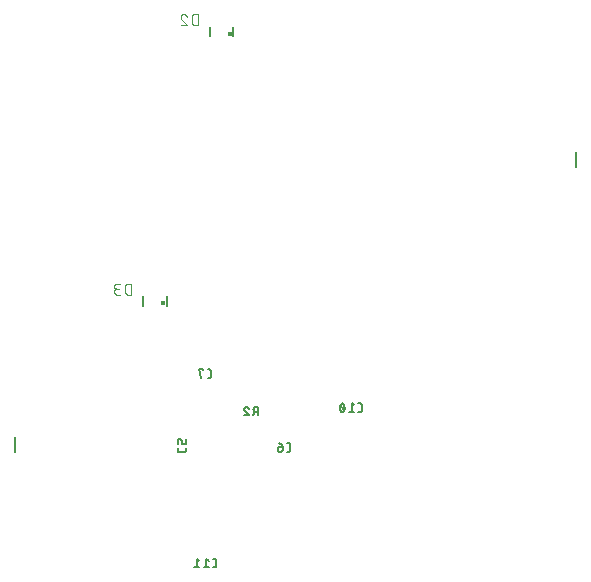
<source format=gbr>
G04 EAGLE Gerber X2 export*
%TF.Part,Single*%
%TF.FileFunction,Legend,Bot,1*%
%TF.FilePolarity,Positive*%
%TF.GenerationSoftware,Autodesk,EAGLE,8.6.0*%
%TF.CreationDate,2018-06-10T17:56:49Z*%
G75*
%MOMM*%
%FSLAX34Y34*%
%LPD*%
%AMOC8*
5,1,8,0,0,1.08239X$1,22.5*%
G01*
%ADD10C,0.177800*%
%ADD11C,0.203200*%
%ADD12C,0.127000*%
%ADD13C,0.400000*%
%ADD14C,0.076200*%


D10*
X175514Y517896D02*
X175514Y516316D01*
X175516Y516238D01*
X175522Y516161D01*
X175531Y516084D01*
X175544Y516008D01*
X175561Y515932D01*
X175582Y515857D01*
X175606Y515784D01*
X175634Y515711D01*
X175666Y515640D01*
X175701Y515571D01*
X175739Y515504D01*
X175780Y515438D01*
X175825Y515375D01*
X175873Y515314D01*
X175923Y515255D01*
X175977Y515199D01*
X176033Y515145D01*
X176092Y515095D01*
X176153Y515047D01*
X176216Y515002D01*
X176282Y514961D01*
X176349Y514923D01*
X176418Y514888D01*
X176489Y514856D01*
X176562Y514828D01*
X176635Y514804D01*
X176710Y514783D01*
X176786Y514766D01*
X176862Y514753D01*
X176939Y514744D01*
X177016Y514738D01*
X177094Y514736D01*
X177094Y514735D02*
X181046Y514735D01*
X181046Y514736D02*
X181124Y514738D01*
X181201Y514744D01*
X181278Y514753D01*
X181354Y514766D01*
X181430Y514783D01*
X181505Y514804D01*
X181578Y514828D01*
X181651Y514856D01*
X181722Y514888D01*
X181791Y514923D01*
X181858Y514961D01*
X181924Y515002D01*
X181987Y515047D01*
X182048Y515095D01*
X182107Y515145D01*
X182163Y515199D01*
X182217Y515255D01*
X182267Y515314D01*
X182315Y515375D01*
X182360Y515438D01*
X182401Y515504D01*
X182439Y515571D01*
X182474Y515640D01*
X182506Y515711D01*
X182534Y515784D01*
X182558Y515857D01*
X182579Y515932D01*
X182596Y516008D01*
X182609Y516084D01*
X182618Y516161D01*
X182624Y516238D01*
X182626Y516316D01*
X182626Y517896D01*
X175514Y521444D02*
X175514Y523814D01*
X175516Y523892D01*
X175522Y523969D01*
X175531Y524046D01*
X175544Y524122D01*
X175561Y524198D01*
X175582Y524273D01*
X175606Y524346D01*
X175634Y524419D01*
X175666Y524490D01*
X175701Y524559D01*
X175739Y524626D01*
X175780Y524692D01*
X175825Y524755D01*
X175873Y524816D01*
X175923Y524875D01*
X175977Y524931D01*
X176033Y524985D01*
X176092Y525035D01*
X176153Y525083D01*
X176216Y525128D01*
X176282Y525169D01*
X176349Y525207D01*
X176418Y525242D01*
X176489Y525274D01*
X176562Y525302D01*
X176635Y525326D01*
X176710Y525347D01*
X176786Y525364D01*
X176862Y525377D01*
X176939Y525386D01*
X177016Y525392D01*
X177094Y525394D01*
X177094Y525395D02*
X177885Y525395D01*
X177885Y525394D02*
X177963Y525392D01*
X178040Y525386D01*
X178117Y525377D01*
X178193Y525364D01*
X178269Y525347D01*
X178344Y525326D01*
X178417Y525302D01*
X178490Y525274D01*
X178561Y525242D01*
X178630Y525207D01*
X178697Y525169D01*
X178763Y525128D01*
X178826Y525083D01*
X178887Y525035D01*
X178946Y524985D01*
X179002Y524931D01*
X179056Y524875D01*
X179106Y524816D01*
X179154Y524755D01*
X179199Y524692D01*
X179240Y524626D01*
X179278Y524559D01*
X179313Y524490D01*
X179345Y524419D01*
X179373Y524346D01*
X179397Y524273D01*
X179418Y524198D01*
X179435Y524122D01*
X179448Y524046D01*
X179457Y523969D01*
X179463Y523892D01*
X179465Y523814D01*
X179465Y521444D01*
X182626Y521444D01*
X182626Y525395D01*
X267916Y514858D02*
X269497Y514858D01*
X269575Y514860D01*
X269652Y514866D01*
X269729Y514875D01*
X269805Y514888D01*
X269881Y514905D01*
X269956Y514926D01*
X270029Y514950D01*
X270102Y514978D01*
X270173Y515010D01*
X270242Y515045D01*
X270309Y515083D01*
X270375Y515124D01*
X270438Y515169D01*
X270499Y515217D01*
X270558Y515267D01*
X270614Y515321D01*
X270668Y515377D01*
X270718Y515436D01*
X270766Y515497D01*
X270811Y515560D01*
X270852Y515626D01*
X270890Y515693D01*
X270925Y515762D01*
X270957Y515833D01*
X270985Y515906D01*
X271009Y515979D01*
X271030Y516054D01*
X271047Y516130D01*
X271060Y516206D01*
X271069Y516283D01*
X271075Y516360D01*
X271077Y516438D01*
X271077Y520390D01*
X271075Y520468D01*
X271069Y520545D01*
X271060Y520622D01*
X271047Y520698D01*
X271030Y520774D01*
X271009Y520849D01*
X270985Y520922D01*
X270957Y520995D01*
X270925Y521066D01*
X270890Y521135D01*
X270852Y521202D01*
X270811Y521268D01*
X270766Y521331D01*
X270718Y521392D01*
X270668Y521451D01*
X270614Y521507D01*
X270558Y521561D01*
X270499Y521611D01*
X270438Y521659D01*
X270375Y521704D01*
X270309Y521745D01*
X270242Y521783D01*
X270173Y521818D01*
X270102Y521850D01*
X270029Y521878D01*
X269956Y521902D01*
X269881Y521923D01*
X269805Y521940D01*
X269729Y521953D01*
X269652Y521962D01*
X269575Y521968D01*
X269497Y521970D01*
X267916Y521970D01*
X264369Y518809D02*
X261998Y518809D01*
X261920Y518807D01*
X261843Y518801D01*
X261766Y518792D01*
X261690Y518779D01*
X261614Y518762D01*
X261539Y518741D01*
X261466Y518717D01*
X261393Y518689D01*
X261322Y518657D01*
X261253Y518622D01*
X261186Y518584D01*
X261120Y518543D01*
X261057Y518498D01*
X260996Y518450D01*
X260937Y518400D01*
X260881Y518346D01*
X260827Y518290D01*
X260777Y518231D01*
X260729Y518170D01*
X260684Y518107D01*
X260643Y518041D01*
X260605Y517974D01*
X260570Y517905D01*
X260538Y517834D01*
X260510Y517761D01*
X260486Y517688D01*
X260465Y517613D01*
X260448Y517537D01*
X260435Y517461D01*
X260426Y517384D01*
X260420Y517307D01*
X260418Y517229D01*
X260418Y516834D01*
X260417Y516834D02*
X260419Y516747D01*
X260425Y516659D01*
X260434Y516572D01*
X260448Y516486D01*
X260465Y516400D01*
X260486Y516316D01*
X260511Y516232D01*
X260540Y516149D01*
X260572Y516068D01*
X260607Y515988D01*
X260646Y515910D01*
X260689Y515833D01*
X260735Y515759D01*
X260784Y515687D01*
X260836Y515617D01*
X260892Y515549D01*
X260950Y515484D01*
X261011Y515421D01*
X261075Y515362D01*
X261142Y515305D01*
X261210Y515251D01*
X261282Y515200D01*
X261355Y515153D01*
X261430Y515108D01*
X261508Y515067D01*
X261587Y515030D01*
X261667Y514996D01*
X261749Y514966D01*
X261832Y514939D01*
X261917Y514916D01*
X262002Y514897D01*
X262088Y514882D01*
X262175Y514870D01*
X262262Y514862D01*
X262349Y514858D01*
X262437Y514858D01*
X262524Y514862D01*
X262611Y514870D01*
X262698Y514882D01*
X262784Y514897D01*
X262869Y514916D01*
X262954Y514939D01*
X263037Y514966D01*
X263119Y514996D01*
X263199Y515030D01*
X263278Y515067D01*
X263356Y515108D01*
X263431Y515153D01*
X263504Y515200D01*
X263576Y515251D01*
X263644Y515305D01*
X263711Y515362D01*
X263775Y515421D01*
X263836Y515484D01*
X263894Y515549D01*
X263950Y515617D01*
X264002Y515687D01*
X264051Y515759D01*
X264097Y515833D01*
X264140Y515910D01*
X264179Y515988D01*
X264214Y516068D01*
X264246Y516149D01*
X264275Y516232D01*
X264300Y516316D01*
X264321Y516400D01*
X264338Y516486D01*
X264352Y516572D01*
X264361Y516659D01*
X264367Y516747D01*
X264369Y516834D01*
X264369Y518809D01*
X264367Y518919D01*
X264361Y519030D01*
X264352Y519139D01*
X264338Y519249D01*
X264321Y519358D01*
X264300Y519466D01*
X264275Y519574D01*
X264247Y519680D01*
X264214Y519786D01*
X264178Y519890D01*
X264139Y519993D01*
X264096Y520095D01*
X264049Y520195D01*
X263999Y520293D01*
X263946Y520390D01*
X263889Y520484D01*
X263829Y520577D01*
X263765Y520667D01*
X263699Y520755D01*
X263629Y520841D01*
X263557Y520924D01*
X263482Y521005D01*
X263404Y521083D01*
X263323Y521158D01*
X263240Y521230D01*
X263154Y521300D01*
X263066Y521366D01*
X262976Y521430D01*
X262883Y521490D01*
X262789Y521547D01*
X262692Y521600D01*
X262594Y521650D01*
X262494Y521697D01*
X262392Y521740D01*
X262289Y521779D01*
X262185Y521815D01*
X262079Y521848D01*
X261973Y521876D01*
X261865Y521901D01*
X261757Y521922D01*
X261648Y521939D01*
X261538Y521953D01*
X261429Y521962D01*
X261318Y521968D01*
X261208Y521970D01*
X202504Y577469D02*
X200924Y577469D01*
X202504Y577469D02*
X202582Y577471D01*
X202659Y577477D01*
X202736Y577486D01*
X202812Y577499D01*
X202888Y577516D01*
X202963Y577537D01*
X203036Y577561D01*
X203109Y577589D01*
X203180Y577621D01*
X203249Y577656D01*
X203316Y577694D01*
X203382Y577735D01*
X203445Y577780D01*
X203506Y577828D01*
X203565Y577878D01*
X203621Y577932D01*
X203675Y577988D01*
X203725Y578047D01*
X203773Y578108D01*
X203818Y578171D01*
X203859Y578237D01*
X203897Y578304D01*
X203932Y578373D01*
X203964Y578444D01*
X203992Y578517D01*
X204016Y578590D01*
X204037Y578665D01*
X204054Y578741D01*
X204067Y578817D01*
X204076Y578894D01*
X204082Y578971D01*
X204084Y579049D01*
X204085Y579049D02*
X204085Y583001D01*
X204084Y583001D02*
X204082Y583079D01*
X204076Y583156D01*
X204067Y583233D01*
X204054Y583309D01*
X204037Y583385D01*
X204016Y583460D01*
X203992Y583533D01*
X203964Y583606D01*
X203932Y583677D01*
X203897Y583746D01*
X203859Y583813D01*
X203818Y583879D01*
X203773Y583942D01*
X203725Y584003D01*
X203675Y584062D01*
X203621Y584118D01*
X203565Y584172D01*
X203506Y584222D01*
X203445Y584270D01*
X203382Y584315D01*
X203316Y584356D01*
X203249Y584394D01*
X203180Y584429D01*
X203109Y584461D01*
X203036Y584489D01*
X202963Y584513D01*
X202888Y584534D01*
X202812Y584551D01*
X202736Y584564D01*
X202659Y584573D01*
X202582Y584579D01*
X202504Y584581D01*
X200924Y584581D01*
X197376Y584581D02*
X197376Y583791D01*
X197376Y584581D02*
X193425Y584581D01*
X195401Y577469D01*
X243738Y552768D02*
X243738Y545656D01*
X243738Y552768D02*
X241763Y552768D01*
X241676Y552766D01*
X241588Y552760D01*
X241501Y552751D01*
X241415Y552737D01*
X241329Y552720D01*
X241245Y552699D01*
X241161Y552674D01*
X241078Y552645D01*
X240997Y552613D01*
X240917Y552578D01*
X240839Y552539D01*
X240762Y552496D01*
X240688Y552450D01*
X240616Y552401D01*
X240546Y552349D01*
X240478Y552293D01*
X240413Y552235D01*
X240350Y552174D01*
X240291Y552110D01*
X240234Y552043D01*
X240180Y551975D01*
X240129Y551903D01*
X240082Y551830D01*
X240037Y551755D01*
X239996Y551677D01*
X239959Y551598D01*
X239925Y551518D01*
X239895Y551436D01*
X239868Y551353D01*
X239845Y551268D01*
X239826Y551183D01*
X239811Y551097D01*
X239799Y551010D01*
X239791Y550923D01*
X239787Y550836D01*
X239787Y550748D01*
X239791Y550661D01*
X239799Y550574D01*
X239811Y550487D01*
X239826Y550401D01*
X239845Y550316D01*
X239868Y550231D01*
X239895Y550148D01*
X239925Y550066D01*
X239959Y549986D01*
X239996Y549907D01*
X240037Y549829D01*
X240082Y549754D01*
X240129Y549681D01*
X240180Y549609D01*
X240234Y549541D01*
X240291Y549474D01*
X240350Y549410D01*
X240413Y549349D01*
X240478Y549291D01*
X240546Y549235D01*
X240616Y549183D01*
X240688Y549134D01*
X240762Y549088D01*
X240839Y549045D01*
X240917Y549006D01*
X240997Y548971D01*
X241078Y548939D01*
X241161Y548910D01*
X241245Y548885D01*
X241329Y548864D01*
X241415Y548847D01*
X241501Y548833D01*
X241588Y548824D01*
X241676Y548818D01*
X241763Y548816D01*
X243738Y548816D01*
X241368Y548816D02*
X239787Y545656D01*
X233655Y552768D02*
X233573Y552766D01*
X233491Y552760D01*
X233409Y552751D01*
X233328Y552738D01*
X233248Y552721D01*
X233168Y552700D01*
X233090Y552676D01*
X233013Y552648D01*
X232937Y552617D01*
X232862Y552582D01*
X232790Y552543D01*
X232719Y552502D01*
X232650Y552457D01*
X232584Y552409D01*
X232519Y552358D01*
X232457Y552304D01*
X232398Y552247D01*
X232341Y552188D01*
X232287Y552126D01*
X232236Y552061D01*
X232188Y551995D01*
X232143Y551926D01*
X232102Y551855D01*
X232063Y551783D01*
X232028Y551708D01*
X231997Y551632D01*
X231969Y551555D01*
X231945Y551477D01*
X231924Y551397D01*
X231907Y551317D01*
X231894Y551236D01*
X231885Y551154D01*
X231879Y551072D01*
X231877Y550990D01*
X233655Y552767D02*
X233748Y552765D01*
X233840Y552759D01*
X233932Y552750D01*
X234024Y552737D01*
X234115Y552720D01*
X234205Y552700D01*
X234295Y552676D01*
X234383Y552648D01*
X234471Y552616D01*
X234556Y552582D01*
X234641Y552543D01*
X234723Y552502D01*
X234804Y552457D01*
X234884Y552408D01*
X234961Y552357D01*
X235036Y552303D01*
X235108Y552245D01*
X235179Y552185D01*
X235246Y552121D01*
X235311Y552056D01*
X235374Y551987D01*
X235433Y551916D01*
X235490Y551843D01*
X235544Y551767D01*
X235594Y551690D01*
X235642Y551610D01*
X235686Y551528D01*
X235726Y551445D01*
X235764Y551360D01*
X235798Y551274D01*
X235828Y551187D01*
X232469Y549607D02*
X232408Y549668D01*
X232350Y549731D01*
X232295Y549797D01*
X232242Y549865D01*
X232193Y549936D01*
X232148Y550008D01*
X232105Y550083D01*
X232066Y550159D01*
X232030Y550238D01*
X231998Y550317D01*
X231970Y550398D01*
X231945Y550481D01*
X231924Y550564D01*
X231907Y550648D01*
X231893Y550733D01*
X231884Y550818D01*
X231878Y550904D01*
X231876Y550990D01*
X232469Y549607D02*
X235828Y545656D01*
X231877Y545656D01*
X328432Y548577D02*
X330012Y548577D01*
X330090Y548579D01*
X330167Y548585D01*
X330244Y548594D01*
X330320Y548607D01*
X330396Y548624D01*
X330471Y548645D01*
X330544Y548669D01*
X330617Y548697D01*
X330688Y548729D01*
X330757Y548764D01*
X330824Y548802D01*
X330890Y548843D01*
X330953Y548888D01*
X331014Y548936D01*
X331073Y548986D01*
X331129Y549040D01*
X331183Y549096D01*
X331233Y549155D01*
X331281Y549216D01*
X331326Y549279D01*
X331367Y549345D01*
X331405Y549412D01*
X331440Y549481D01*
X331472Y549552D01*
X331500Y549625D01*
X331524Y549698D01*
X331545Y549773D01*
X331562Y549849D01*
X331575Y549925D01*
X331584Y550002D01*
X331590Y550079D01*
X331592Y550157D01*
X331593Y550157D02*
X331593Y554108D01*
X331592Y554108D02*
X331590Y554186D01*
X331584Y554263D01*
X331575Y554340D01*
X331562Y554416D01*
X331545Y554492D01*
X331524Y554567D01*
X331500Y554640D01*
X331472Y554713D01*
X331440Y554784D01*
X331405Y554853D01*
X331367Y554920D01*
X331326Y554986D01*
X331281Y555049D01*
X331233Y555110D01*
X331183Y555169D01*
X331129Y555225D01*
X331073Y555279D01*
X331014Y555329D01*
X330953Y555377D01*
X330890Y555422D01*
X330824Y555463D01*
X330757Y555501D01*
X330688Y555536D01*
X330617Y555568D01*
X330544Y555596D01*
X330471Y555620D01*
X330396Y555641D01*
X330320Y555658D01*
X330244Y555671D01*
X330167Y555680D01*
X330090Y555686D01*
X330012Y555688D01*
X330012Y555689D02*
X328432Y555689D01*
X324884Y554108D02*
X322909Y555689D01*
X322909Y548577D01*
X324884Y548577D02*
X320933Y548577D01*
X316884Y552133D02*
X316882Y552281D01*
X316877Y552428D01*
X316867Y552576D01*
X316854Y552723D01*
X316838Y552870D01*
X316817Y553016D01*
X316793Y553162D01*
X316765Y553307D01*
X316734Y553451D01*
X316699Y553594D01*
X316660Y553737D01*
X316618Y553878D01*
X316572Y554019D01*
X316523Y554158D01*
X316470Y554296D01*
X316414Y554433D01*
X316354Y554568D01*
X316291Y554701D01*
X316265Y554772D01*
X316235Y554841D01*
X316201Y554909D01*
X316164Y554975D01*
X316124Y555039D01*
X316080Y555101D01*
X316034Y555160D01*
X315984Y555217D01*
X315931Y555271D01*
X315876Y555323D01*
X315818Y555371D01*
X315758Y555417D01*
X315695Y555459D01*
X315630Y555498D01*
X315564Y555534D01*
X315495Y555566D01*
X315426Y555594D01*
X315354Y555619D01*
X315282Y555640D01*
X315208Y555658D01*
X315134Y555671D01*
X315059Y555681D01*
X314984Y555687D01*
X314908Y555689D01*
X314832Y555687D01*
X314757Y555681D01*
X314682Y555671D01*
X314608Y555658D01*
X314534Y555640D01*
X314462Y555619D01*
X314391Y555594D01*
X314321Y555566D01*
X314252Y555534D01*
X314186Y555498D01*
X314121Y555459D01*
X314058Y555417D01*
X313998Y555371D01*
X313940Y555323D01*
X313885Y555271D01*
X313832Y555217D01*
X313782Y555160D01*
X313736Y555101D01*
X313692Y555039D01*
X313652Y554975D01*
X313615Y554909D01*
X313581Y554841D01*
X313551Y554772D01*
X313525Y554701D01*
X313462Y554568D01*
X313402Y554433D01*
X313346Y554296D01*
X313293Y554158D01*
X313244Y554019D01*
X313198Y553878D01*
X313156Y553737D01*
X313117Y553594D01*
X313082Y553451D01*
X313051Y553307D01*
X313023Y553162D01*
X312999Y553016D01*
X312978Y552870D01*
X312962Y552723D01*
X312949Y552576D01*
X312939Y552428D01*
X312934Y552281D01*
X312932Y552133D01*
X316883Y552133D02*
X316881Y551985D01*
X316876Y551838D01*
X316866Y551690D01*
X316853Y551543D01*
X316837Y551396D01*
X316816Y551250D01*
X316792Y551105D01*
X316764Y550959D01*
X316733Y550815D01*
X316698Y550672D01*
X316659Y550529D01*
X316617Y550388D01*
X316571Y550247D01*
X316522Y550108D01*
X316469Y549970D01*
X316413Y549833D01*
X316353Y549698D01*
X316290Y549565D01*
X316291Y549564D02*
X316265Y549493D01*
X316235Y549424D01*
X316201Y549356D01*
X316164Y549290D01*
X316124Y549226D01*
X316080Y549164D01*
X316034Y549105D01*
X315984Y549048D01*
X315931Y548994D01*
X315876Y548942D01*
X315818Y548894D01*
X315758Y548848D01*
X315695Y548806D01*
X315630Y548767D01*
X315564Y548731D01*
X315495Y548699D01*
X315425Y548671D01*
X315354Y548646D01*
X315282Y548625D01*
X315208Y548607D01*
X315134Y548594D01*
X315059Y548584D01*
X314984Y548578D01*
X314908Y548576D01*
X313525Y549565D02*
X313462Y549698D01*
X313402Y549833D01*
X313346Y549970D01*
X313293Y550108D01*
X313244Y550247D01*
X313198Y550388D01*
X313156Y550529D01*
X313117Y550672D01*
X313082Y550815D01*
X313051Y550959D01*
X313023Y551105D01*
X312999Y551250D01*
X312978Y551396D01*
X312962Y551543D01*
X312949Y551690D01*
X312939Y551838D01*
X312934Y551985D01*
X312932Y552133D01*
X313525Y549564D02*
X313551Y549493D01*
X313581Y549424D01*
X313615Y549356D01*
X313652Y549290D01*
X313692Y549226D01*
X313736Y549164D01*
X313782Y549105D01*
X313832Y549048D01*
X313885Y548994D01*
X313940Y548942D01*
X313998Y548894D01*
X314058Y548848D01*
X314121Y548806D01*
X314186Y548767D01*
X314252Y548731D01*
X314321Y548699D01*
X314391Y548671D01*
X314462Y548646D01*
X314534Y548625D01*
X314608Y548607D01*
X314682Y548594D01*
X314757Y548584D01*
X314832Y548578D01*
X314908Y548576D01*
X316488Y550157D02*
X313328Y554108D01*
X206822Y417132D02*
X205242Y417132D01*
X206822Y417132D02*
X206900Y417134D01*
X206977Y417140D01*
X207054Y417149D01*
X207130Y417162D01*
X207206Y417179D01*
X207281Y417200D01*
X207354Y417224D01*
X207427Y417252D01*
X207498Y417284D01*
X207567Y417319D01*
X207634Y417357D01*
X207700Y417398D01*
X207763Y417443D01*
X207824Y417491D01*
X207883Y417541D01*
X207939Y417595D01*
X207993Y417651D01*
X208043Y417710D01*
X208091Y417771D01*
X208136Y417834D01*
X208177Y417900D01*
X208215Y417967D01*
X208250Y418036D01*
X208282Y418107D01*
X208310Y418180D01*
X208334Y418253D01*
X208355Y418328D01*
X208372Y418404D01*
X208385Y418480D01*
X208394Y418557D01*
X208400Y418634D01*
X208402Y418712D01*
X208403Y418712D02*
X208403Y422663D01*
X208402Y422663D02*
X208400Y422741D01*
X208394Y422818D01*
X208385Y422895D01*
X208372Y422971D01*
X208355Y423047D01*
X208334Y423122D01*
X208310Y423195D01*
X208282Y423268D01*
X208250Y423339D01*
X208215Y423408D01*
X208177Y423475D01*
X208136Y423541D01*
X208091Y423604D01*
X208043Y423665D01*
X207993Y423724D01*
X207939Y423780D01*
X207883Y423834D01*
X207824Y423884D01*
X207763Y423932D01*
X207700Y423977D01*
X207634Y424018D01*
X207567Y424056D01*
X207498Y424091D01*
X207427Y424123D01*
X207354Y424151D01*
X207281Y424175D01*
X207206Y424196D01*
X207130Y424213D01*
X207054Y424226D01*
X206977Y424235D01*
X206900Y424241D01*
X206822Y424243D01*
X206822Y424244D02*
X205242Y424244D01*
X201694Y422663D02*
X199719Y424244D01*
X199719Y417132D01*
X201694Y417132D02*
X197743Y417132D01*
X193694Y422663D02*
X191718Y424244D01*
X191718Y417132D01*
X193694Y417132D02*
X189742Y417132D01*
D11*
X38100Y514350D02*
X38100Y527050D01*
D12*
X202852Y866712D02*
X202852Y874712D01*
X222852Y874712D02*
X222852Y866712D01*
D13*
X219852Y868712D03*
D14*
X192471Y876093D02*
X192471Y885331D01*
X189905Y885331D01*
X189807Y885329D01*
X189709Y885323D01*
X189611Y885314D01*
X189513Y885301D01*
X189416Y885284D01*
X189320Y885264D01*
X189225Y885239D01*
X189131Y885211D01*
X189038Y885180D01*
X188946Y885145D01*
X188855Y885106D01*
X188766Y885065D01*
X188679Y885019D01*
X188594Y884971D01*
X188510Y884919D01*
X188429Y884864D01*
X188349Y884806D01*
X188272Y884745D01*
X188198Y884681D01*
X188126Y884614D01*
X188056Y884544D01*
X187989Y884472D01*
X187925Y884398D01*
X187864Y884321D01*
X187806Y884241D01*
X187751Y884160D01*
X187699Y884076D01*
X187651Y883991D01*
X187605Y883904D01*
X187564Y883815D01*
X187525Y883724D01*
X187490Y883632D01*
X187459Y883539D01*
X187431Y883445D01*
X187406Y883350D01*
X187386Y883254D01*
X187369Y883157D01*
X187356Y883059D01*
X187347Y882961D01*
X187341Y882863D01*
X187339Y882765D01*
X187339Y878659D01*
X187341Y878561D01*
X187347Y878463D01*
X187356Y878365D01*
X187369Y878267D01*
X187386Y878170D01*
X187406Y878074D01*
X187431Y877979D01*
X187459Y877885D01*
X187490Y877792D01*
X187525Y877700D01*
X187564Y877609D01*
X187605Y877520D01*
X187651Y877433D01*
X187699Y877348D01*
X187751Y877264D01*
X187806Y877183D01*
X187864Y877103D01*
X187925Y877026D01*
X187989Y876952D01*
X188056Y876880D01*
X188126Y876810D01*
X188198Y876743D01*
X188272Y876679D01*
X188349Y876618D01*
X188429Y876560D01*
X188510Y876505D01*
X188594Y876453D01*
X188679Y876405D01*
X188766Y876359D01*
X188855Y876318D01*
X188946Y876279D01*
X189038Y876244D01*
X189131Y876213D01*
X189225Y876185D01*
X189320Y876160D01*
X189416Y876140D01*
X189513Y876123D01*
X189611Y876110D01*
X189709Y876101D01*
X189807Y876095D01*
X189905Y876093D01*
X192471Y876093D01*
X180348Y885331D02*
X180253Y885329D01*
X180157Y885323D01*
X180062Y885313D01*
X179968Y885299D01*
X179874Y885282D01*
X179781Y885260D01*
X179689Y885235D01*
X179598Y885206D01*
X179508Y885173D01*
X179420Y885136D01*
X179333Y885096D01*
X179249Y885053D01*
X179166Y885005D01*
X179085Y884955D01*
X179006Y884901D01*
X178929Y884844D01*
X178855Y884784D01*
X178783Y884721D01*
X178715Y884654D01*
X178648Y884586D01*
X178585Y884514D01*
X178525Y884440D01*
X178468Y884363D01*
X178414Y884284D01*
X178364Y884203D01*
X178316Y884120D01*
X178273Y884036D01*
X178233Y883949D01*
X178196Y883861D01*
X178163Y883771D01*
X178134Y883680D01*
X178109Y883588D01*
X178087Y883495D01*
X178070Y883401D01*
X178056Y883307D01*
X178046Y883212D01*
X178040Y883116D01*
X178038Y883021D01*
X180348Y885331D02*
X180455Y885329D01*
X180561Y885323D01*
X180667Y885314D01*
X180773Y885300D01*
X180878Y885283D01*
X180983Y885262D01*
X181086Y885238D01*
X181189Y885209D01*
X181291Y885177D01*
X181391Y885142D01*
X181490Y885102D01*
X181588Y885059D01*
X181684Y885013D01*
X181778Y884963D01*
X181871Y884910D01*
X181961Y884854D01*
X182050Y884794D01*
X182136Y884732D01*
X182220Y884666D01*
X182301Y884597D01*
X182380Y884526D01*
X182457Y884451D01*
X182530Y884374D01*
X182601Y884294D01*
X182669Y884212D01*
X182734Y884128D01*
X182796Y884041D01*
X182854Y883952D01*
X182910Y883861D01*
X182962Y883768D01*
X183011Y883673D01*
X183056Y883576D01*
X183098Y883478D01*
X183136Y883379D01*
X183171Y883278D01*
X178809Y881225D02*
X178741Y881292D01*
X178675Y881362D01*
X178613Y881435D01*
X178553Y881509D01*
X178496Y881586D01*
X178442Y881665D01*
X178392Y881746D01*
X178344Y881829D01*
X178300Y881914D01*
X178259Y882000D01*
X178221Y882088D01*
X178187Y882177D01*
X178156Y882268D01*
X178129Y882360D01*
X178105Y882452D01*
X178085Y882546D01*
X178068Y882640D01*
X178056Y882735D01*
X178046Y882830D01*
X178041Y882925D01*
X178039Y883021D01*
X178809Y881225D02*
X183171Y876093D01*
X178039Y876093D01*
D12*
X146464Y646366D02*
X146464Y638366D01*
X166464Y638366D02*
X166464Y646366D01*
D13*
X163464Y640366D03*
D14*
X136083Y647747D02*
X136083Y656985D01*
X133517Y656985D01*
X133419Y656983D01*
X133321Y656977D01*
X133223Y656968D01*
X133125Y656955D01*
X133028Y656938D01*
X132932Y656918D01*
X132837Y656893D01*
X132743Y656865D01*
X132650Y656834D01*
X132558Y656799D01*
X132467Y656760D01*
X132378Y656719D01*
X132291Y656673D01*
X132206Y656625D01*
X132122Y656573D01*
X132041Y656518D01*
X131961Y656460D01*
X131884Y656399D01*
X131810Y656335D01*
X131738Y656268D01*
X131668Y656198D01*
X131601Y656126D01*
X131537Y656052D01*
X131476Y655975D01*
X131418Y655895D01*
X131363Y655814D01*
X131311Y655730D01*
X131263Y655645D01*
X131217Y655558D01*
X131176Y655469D01*
X131137Y655378D01*
X131102Y655286D01*
X131071Y655193D01*
X131043Y655099D01*
X131018Y655004D01*
X130998Y654908D01*
X130981Y654811D01*
X130968Y654713D01*
X130959Y654615D01*
X130953Y654517D01*
X130951Y654419D01*
X130951Y650313D01*
X130953Y650215D01*
X130959Y650117D01*
X130968Y650019D01*
X130981Y649921D01*
X130998Y649824D01*
X131018Y649728D01*
X131043Y649633D01*
X131071Y649539D01*
X131102Y649446D01*
X131137Y649354D01*
X131176Y649263D01*
X131217Y649174D01*
X131263Y649087D01*
X131311Y649002D01*
X131363Y648918D01*
X131418Y648837D01*
X131476Y648757D01*
X131537Y648680D01*
X131601Y648606D01*
X131668Y648534D01*
X131738Y648464D01*
X131810Y648397D01*
X131884Y648333D01*
X131961Y648272D01*
X132041Y648214D01*
X132122Y648159D01*
X132206Y648107D01*
X132291Y648059D01*
X132378Y648013D01*
X132467Y647972D01*
X132558Y647933D01*
X132650Y647898D01*
X132743Y647867D01*
X132837Y647839D01*
X132932Y647814D01*
X133028Y647794D01*
X133125Y647777D01*
X133223Y647764D01*
X133321Y647755D01*
X133419Y647749D01*
X133517Y647747D01*
X136083Y647747D01*
X126783Y647747D02*
X124217Y647747D01*
X124118Y647749D01*
X124018Y647755D01*
X123919Y647764D01*
X123821Y647778D01*
X123723Y647795D01*
X123625Y647816D01*
X123529Y647841D01*
X123434Y647870D01*
X123339Y647902D01*
X123247Y647938D01*
X123155Y647977D01*
X123065Y648020D01*
X122977Y648066D01*
X122891Y648116D01*
X122807Y648169D01*
X122725Y648225D01*
X122645Y648285D01*
X122568Y648347D01*
X122493Y648413D01*
X122420Y648481D01*
X122351Y648552D01*
X122284Y648626D01*
X122220Y648702D01*
X122159Y648781D01*
X122101Y648862D01*
X122046Y648945D01*
X121995Y649030D01*
X121947Y649117D01*
X121902Y649206D01*
X121861Y649297D01*
X121823Y649389D01*
X121789Y649482D01*
X121759Y649577D01*
X121732Y649673D01*
X121709Y649770D01*
X121690Y649867D01*
X121675Y649966D01*
X121663Y650065D01*
X121655Y650164D01*
X121651Y650263D01*
X121651Y650363D01*
X121655Y650462D01*
X121663Y650561D01*
X121675Y650660D01*
X121690Y650759D01*
X121709Y650856D01*
X121732Y650953D01*
X121759Y651049D01*
X121789Y651144D01*
X121823Y651237D01*
X121861Y651329D01*
X121902Y651420D01*
X121947Y651509D01*
X121995Y651596D01*
X122046Y651681D01*
X122101Y651764D01*
X122159Y651845D01*
X122220Y651924D01*
X122284Y652000D01*
X122351Y652074D01*
X122420Y652145D01*
X122493Y652213D01*
X122568Y652279D01*
X122645Y652341D01*
X122725Y652401D01*
X122807Y652457D01*
X122891Y652510D01*
X122977Y652560D01*
X123065Y652606D01*
X123155Y652649D01*
X123247Y652688D01*
X123339Y652724D01*
X123434Y652756D01*
X123529Y652785D01*
X123625Y652810D01*
X123723Y652831D01*
X123821Y652848D01*
X123919Y652862D01*
X124018Y652871D01*
X124118Y652877D01*
X124217Y652879D01*
X123704Y656985D02*
X126783Y656985D01*
X123704Y656985D02*
X123614Y656983D01*
X123525Y656977D01*
X123436Y656967D01*
X123348Y656954D01*
X123260Y656936D01*
X123173Y656915D01*
X123087Y656890D01*
X123002Y656861D01*
X122918Y656829D01*
X122836Y656793D01*
X122756Y656753D01*
X122678Y656710D01*
X122601Y656663D01*
X122526Y656614D01*
X122454Y656561D01*
X122384Y656505D01*
X122317Y656446D01*
X122252Y656384D01*
X122190Y656319D01*
X122131Y656252D01*
X122075Y656182D01*
X122022Y656110D01*
X121973Y656035D01*
X121926Y655959D01*
X121883Y655880D01*
X121843Y655800D01*
X121807Y655718D01*
X121775Y655634D01*
X121746Y655549D01*
X121721Y655463D01*
X121700Y655376D01*
X121682Y655288D01*
X121669Y655200D01*
X121659Y655111D01*
X121653Y655022D01*
X121651Y654932D01*
X121653Y654842D01*
X121659Y654753D01*
X121669Y654664D01*
X121682Y654576D01*
X121700Y654488D01*
X121721Y654401D01*
X121746Y654315D01*
X121775Y654230D01*
X121807Y654146D01*
X121843Y654064D01*
X121883Y653984D01*
X121926Y653906D01*
X121973Y653829D01*
X122022Y653754D01*
X122075Y653682D01*
X122131Y653612D01*
X122190Y653545D01*
X122252Y653480D01*
X122317Y653418D01*
X122384Y653359D01*
X122454Y653303D01*
X122526Y653250D01*
X122601Y653201D01*
X122678Y653154D01*
X122756Y653111D01*
X122836Y653071D01*
X122918Y653035D01*
X123002Y653003D01*
X123087Y652974D01*
X123173Y652949D01*
X123260Y652928D01*
X123348Y652910D01*
X123436Y652897D01*
X123525Y652887D01*
X123614Y652881D01*
X123704Y652879D01*
X125757Y652879D01*
D11*
X512826Y755650D02*
X512826Y768350D01*
M02*

</source>
